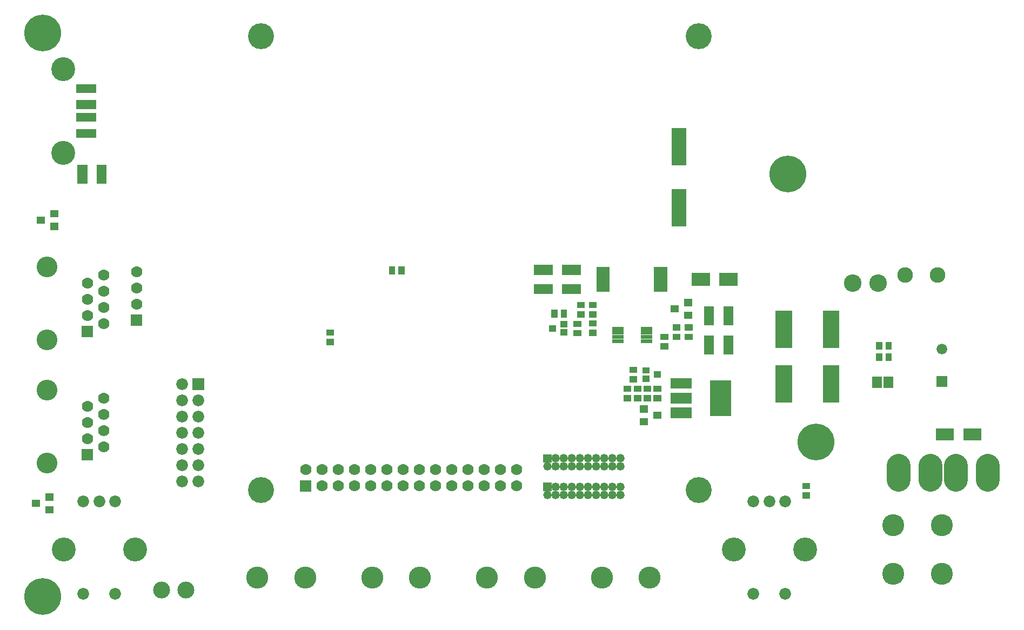
<source format=gbr>
G04 start of page 8 for group -4062 idx -4062 *
G04 Title: Power Board, soldermask *
G04 Creator: pcb 20110918 *
G04 CreationDate: Wed 12 Sep 2012 08:57:34 PM GMT UTC *
G04 For: rob *
G04 Format: Gerber/RS-274X *
G04 PCB-Dimensions: 653543 393701 *
G04 PCB-Coordinate-Origin: lower left *
%MOIN*%
%FSLAX25Y25*%
%LNBOTTOMMASK*%
%ADD202R,0.0660X0.0660*%
%ADD201R,0.1320X0.1320*%
%ADD200R,0.1004X0.1004*%
%ADD199R,0.0381X0.0381*%
%ADD198R,0.0749X0.0749*%
%ADD197R,0.0390X0.0390*%
%ADD196R,0.0789X0.0789*%
%ADD195R,0.0440X0.0440*%
%ADD194R,0.0230X0.0230*%
%ADD193R,0.0807X0.0807*%
%ADD192R,0.0381X0.0381*%
%ADD191R,0.0906X0.0906*%
%ADD190R,0.0612X0.0612*%
%ADD189R,0.0539X0.0539*%
%ADD188C,0.1043*%
%ADD187C,0.1360*%
%ADD186C,0.1358*%
%ADD185C,0.0728*%
%ADD184C,0.1280*%
%ADD183C,0.0660*%
%ADD182C,0.1476*%
%ADD181C,0.0965*%
%ADD180C,0.2270*%
%ADD179C,0.1083*%
%ADD178C,0.0520*%
%ADD177C,0.0001*%
%ADD176C,0.0700*%
%ADD175C,0.1600*%
G54D175*X430276Y369016D03*
X160276D03*
G54D176*X187776Y101516D03*
X197776D03*
X207776D03*
X197776Y91516D03*
X207776D03*
X217776D03*
X227776D03*
X237776D03*
X247776D03*
X257776D03*
Y101516D03*
X267776D03*
X277776D03*
G54D175*X160276Y89016D03*
G54D177*G36*
X184276Y95016D02*Y88016D01*
X191276D01*
Y95016D01*
X184276D01*
G37*
G54D176*X217776Y101516D03*
X227776D03*
X237776D03*
X247776D03*
X267776Y91516D03*
X277776D03*
X287776D03*
X297776D03*
X307776D03*
X317776D03*
X287776Y101516D03*
X297776D03*
X307776D03*
X317776D03*
G54D178*X381776Y108516D03*
Y103516D03*
G54D179*X525275Y216733D03*
G54D180*X485039Y283858D03*
X502362Y118504D03*
G54D179*X540865Y216733D03*
G54D181*X577481Y221654D03*
G54D182*X573228Y99607D03*
G54D177*G36*
X576779Y159127D02*Y152527D01*
X583379D01*
Y159127D01*
X576779D01*
G37*
G54D183*X580079Y175827D03*
G54D181*X557481Y221654D03*
G54D182*X553543Y99607D03*
G54D177*G36*
X117777Y157856D02*Y150573D01*
X125060D01*
Y157856D01*
X117777D01*
G37*
G54D184*X28190Y150711D03*
G54D185*X111419Y154214D03*
Y144214D03*
Y134214D03*
X121419Y144214D03*
Y134214D03*
Y124214D03*
Y114214D03*
Y104214D03*
Y94214D03*
X111419Y124214D03*
Y114214D03*
Y104214D03*
Y94214D03*
G54D176*X53190Y140711D03*
Y120711D03*
Y130711D03*
G54D177*G36*
X49690Y114211D02*Y107211D01*
X56690D01*
Y114211D01*
X49690D01*
G37*
G54D184*X28190Y181655D03*
G54D177*G36*
X79965Y197123D02*Y190123D01*
X86965D01*
Y197123D01*
X79965D01*
G37*
G54D176*X83465Y203623D03*
Y213623D03*
Y223623D03*
X63190Y145711D03*
Y125711D03*
Y115711D03*
Y135711D03*
X53190Y216655D03*
Y196655D03*
Y206655D03*
G54D177*G36*
X49690Y190155D02*Y183155D01*
X56690D01*
Y190155D01*
X49690D01*
G37*
G54D176*X63190Y221655D03*
Y201655D03*
Y191655D03*
Y211655D03*
G54D184*X28190Y226655D03*
G54D182*X38189Y296969D03*
Y348701D03*
G54D180*X25591Y370866D03*
G54D186*X550355Y67364D03*
X580355D03*
X550355Y37364D03*
X580355D03*
G54D182*X608661Y99607D03*
X588976D03*
G54D187*X399999Y34843D03*
G54D175*X430276Y89016D03*
G54D185*X473819Y81888D03*
X483662D03*
X463976D03*
X483662Y24801D03*
X463976D03*
G54D182*X495866Y52360D03*
X451772D03*
G54D177*G36*
X334176Y93616D02*Y88416D01*
X339376D01*
Y93616D01*
X334176D01*
G37*
G54D178*X341776Y91016D03*
X346776D03*
G54D177*G36*
X334176Y111116D02*Y105916D01*
X339376D01*
Y111116D01*
X334176D01*
G37*
G54D178*X336776Y103516D03*
X341776Y108516D03*
Y103516D03*
G54D187*X329135Y34844D03*
X299607D03*
G54D178*X351776Y91016D03*
X356776D03*
X361776D03*
X366776D03*
X351776Y86016D03*
X356776D03*
X361776D03*
X366776D03*
X371776Y91016D03*
X376776D03*
X381776D03*
X371776Y86016D03*
X376776D03*
X381776D03*
G54D187*X370471Y34843D03*
G54D178*X346776Y108516D03*
Y103516D03*
X351776D03*
X356776D03*
X351776Y108516D03*
X356776D03*
X361776D03*
X366776D03*
X371776D03*
X376776D03*
X361776Y103516D03*
X366776D03*
X371776D03*
X376776D03*
G54D184*X28190Y105711D03*
G54D178*X336776Y86016D03*
X341776D03*
X346776D03*
G54D185*X60435Y81891D03*
X70278D03*
X50592D03*
G54D187*X258270Y34844D03*
X228742D03*
X187404Y34845D03*
X157876D03*
G54D185*X70278Y24804D03*
X50592D03*
G54D182*X82482Y52363D03*
G54D188*X113780Y27166D03*
X98780D03*
G54D182*X38388Y52363D03*
G54D180*X25591Y23229D03*
G54D189*X48819Y309055D02*X55748D01*
X48819Y318898D02*X55748D01*
X48819Y326772D02*X55748D01*
X48819Y336615D02*X55748D01*
G54D190*X61811Y286613D02*Y281103D01*
X50001Y286613D02*Y281103D01*
G54D191*X418111Y307678D02*Y293898D01*
Y270080D02*Y256300D01*
G54D192*X241017Y224894D02*Y223926D01*
X246851Y224894D02*Y223926D01*
X202272Y180316D02*X203240D01*
X202272Y186150D02*X203240D01*
G54D193*X406693Y222441D02*Y215355D01*
X371259Y222441D02*Y215355D01*
G54D192*X416051Y189299D02*X417019D01*
G54D194*X378012Y188582D02*X382618D01*
X395728D02*X400334D01*
G54D195*X415120Y200750D02*X415720D01*
G54D192*X423532Y189299D02*X424500D01*
G54D195*X423320Y204650D02*X423920D01*
X423320Y196850D02*X423920D01*
G54D196*X429725Y218898D02*X433268D01*
X446654D02*X450197D01*
G54D190*X436615Y199212D02*Y193702D01*
X448425Y199212D02*Y193702D01*
G54D194*X378012Y186023D02*X382618D01*
X395728D02*X400334D01*
G54D192*X354831Y185702D02*X355799D01*
X354831Y191536D02*X355799D01*
X364280Y185899D02*X365248D01*
X364280Y191733D02*X365248D01*
X356996Y197316D02*X357964D01*
X364280D02*X365248D01*
X364280Y203150D02*X365248D01*
X356996D02*X357964D01*
G54D190*X349017Y212992D02*X354527D01*
X349017Y224802D02*X354527D01*
G54D197*X346747Y191321D02*X347347D01*
X346747Y186221D02*X347347D01*
X339747Y188721D02*X340347D01*
G54D192*X347047Y198319D02*Y197351D01*
X341213Y198319D02*Y197351D01*
G54D190*X331497Y212992D02*X337007D01*
X331497Y224802D02*X337007D01*
G54D198*X580315Y123229D02*X583858D01*
X597244D02*X600787D01*
G54D182*X588976Y103938D02*Y95276D01*
X573228Y103938D02*Y95276D01*
X553543Y103938D02*Y95276D01*
X608661Y103938D02*Y95276D01*
G54D192*X547405Y171351D02*Y170383D01*
X541571Y178437D02*Y177469D01*
X547405Y178437D02*Y177469D01*
G54D190*X547243Y155905D02*Y155119D01*
G54D192*X541571Y171351D02*Y170383D01*
G54D190*X540157Y155905D02*Y155119D01*
G54D199*X495972Y91500D02*X496941D01*
X495972Y85666D02*X496941D01*
G54D200*X511811Y194686D02*Y181694D01*
Y160827D02*Y147835D01*
X482677Y160827D02*Y147835D01*
Y194686D02*Y181694D01*
G54D190*X448425Y181102D02*Y175592D01*
X436615Y181102D02*Y175592D01*
G54D201*X443701Y150170D02*Y141170D01*
G54D192*X392036Y145670D02*X393004D01*
X392036Y151504D02*X393004D01*
X385736D02*X386704D01*
X385736Y145670D02*X386704D01*
X389280Y157319D02*X390248D01*
X389280Y163153D02*X390248D01*
G54D195*X396224Y131140D02*X396824D01*
X396224Y138940D02*X396824D01*
G54D197*X397424Y157636D02*X398024D01*
X397424Y162736D02*X398024D01*
G54D192*X397941Y145670D02*X398909D01*
X397941Y151504D02*X398909D01*
G54D195*X404424Y135040D02*X405024D01*
G54D202*X416001Y136670D02*X422601D01*
X416001Y145670D02*X422601D01*
X416001Y154770D02*X422601D01*
G54D197*X404424Y160236D02*X405024D01*
G54D192*X404240Y145670D02*X405208D01*
X404240Y151504D02*X405208D01*
X416051Y183465D02*X417019D01*
X423532D02*X424500D01*
X408571Y177631D02*X409539D01*
X408571Y183465D02*X409539D01*
G54D194*X378012Y180906D02*X382618D01*
X378012Y183465D02*X382618D01*
X395728D02*X400334D01*
X395728Y180906D02*X400334D01*
G54D195*X32310Y259412D02*X32910D01*
X24110Y255512D02*X24710D01*
X32310Y251612D02*X32910D01*
X21028Y80746D02*X21628D01*
X29228Y84646D02*X29828D01*
X29228Y76846D02*X29828D01*
M02*

</source>
